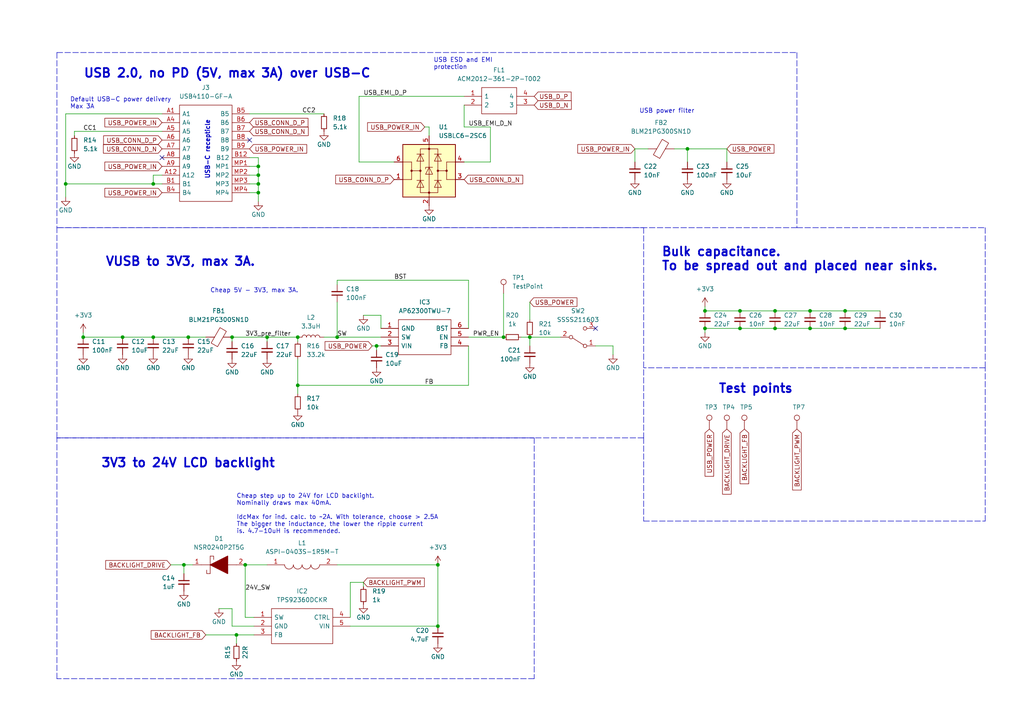
<source format=kicad_sch>
(kicad_sch (version 20211123) (generator eeschema)
  (paper "A4")
  (lib_symbols
    (symbol "Connector:TestPoint" (pin_numbers hide) (pin_names (offset 0.762) hide)
      (property "Reference" "TP" (at 0 6.858 0))
      (property "Value" "TestPoint" (at 0 5.08 0))
      (symbol "TestPoint_0_1"
        (circle (center 0 3.302) (radius 0.762))
      )
      (symbol "TestPoint_1_1"
        (pin passive line (at 0 0 90) (length 2.54) (name "1") (number "1"))
      )
    )
    (symbol "Device:C_Small" (pin_numbers hide) (pin_names (offset 0.254) hide)
      (property "Reference" "C" (at 0.254 1.778 0))
      (property "Value" "C_Small" (at 0.254 -2.032 0))
      (symbol "C_Small_0_1"
        (polyline (pts (xy -1.524 -0.508) (xy 1.524 -0.508)) (stroke (width 0.3302)))
        (polyline (pts (xy -1.524 0.508) (xy 1.524 0.508)) (stroke (width 0.3048)))
      )
      (symbol "C_Small_1_1"
        (pin passive line (at 0 2.54 270) (length 2.032) (name "~") (number "1"))
        (pin passive line (at 0 -2.54 90) (length 2.032) (name "~") (number "2"))
      )
    )
    (symbol "Device:FerriteBead" (pin_numbers hide) (pin_names (offset 0))
      (property "Reference" "FB" (at -3.81 0.635 90))
      (property "Value" "FerriteBead" (at 3.81 0 90))
      (symbol "FerriteBead_0_1"
        (polyline (pts (xy 0 -1.27) (xy 0 -1.2192)))
        (polyline (pts (xy 0 1.27) (xy 0 1.2954)))
        (polyline (pts (xy -2.7686 0.4064) (xy -1.7018 2.2606) (xy 2.7686 -0.3048) (xy 1.6764 -2.159) (xy -2.7686 0.4064)))
      )
      (symbol "FerriteBead_1_1"
        (pin passive line (at 0 3.81 270) (length 2.54) (name "~") (number "1"))
        (pin passive line (at 0 -3.81 90) (length 2.54) (name "~") (number "2"))
      )
    )
    (symbol "Device:L" (pin_numbers hide) (pin_names (offset 1.016) hide)
      (property "Reference" "L" (at -1.27 0 90))
      (property "Value" "L" (at 1.905 0 90))
      (symbol "L_0_1"
        (arc (start 0 -2.54) (mid 0.635 -1.905) (end 0 -1.27))
        (arc (start 0 -1.27) (mid 0.635 -0.635) (end 0 0))
        (arc (start 0 0) (mid 0.635 0.635) (end 0 1.27))
        (arc (start 0 1.27) (mid 0.635 1.905) (end 0 2.54))
      )
      (symbol "L_1_1"
        (pin passive line (at 0 3.81 270) (length 1.27) (name "1") (number "1"))
        (pin passive line (at 0 -3.81 90) (length 1.27) (name "2") (number "2"))
      )
    )
    (symbol "Device:R_Small" (pin_numbers hide) (pin_names (offset 0.254) hide)
      (property "Reference" "R" (at 0.762 0.508 0))
      (property "Value" "R_Small" (at 0.762 -1.016 0))
      (symbol "R_Small_0_1"
        (rectangle (start -0.762 1.778) (end 0.762 -1.778) (stroke (width 0.2032)))
      )
      (symbol "R_Small_1_1"
        (pin passive line (at 0 2.54 270) (length 0.762) (name "~") (number "1"))
        (pin passive line (at 0 -2.54 90) (length 0.762) (name "~") (number "2"))
      )
    )
    (symbol "Power_Protection:USBLC6-2SC6" (pin_names hide)
      (property "Reference" "U" (at 2.54 8.89 0))
      (property "Value" "USBLC6-2SC6" (at 2.54 -8.89 0))
      (symbol "USBLC6-2SC6_0_1"
        (rectangle (start -7.62 -7.62) (end 7.62 7.62) (stroke (width 0.254)) (fill (type background)))
        (circle (center -5.08 0) (radius 0.254) (fill (type outline)))
        (circle (center -2.54 0) (radius 0.254) (fill (type outline)))
        (rectangle (start -2.54 6.35) (end 2.54 -6.35))
        (circle (center 0 -6.35) (radius 0.254) (fill (type outline)))
        (polyline (pts (xy -5.08 -2.54) (xy -7.62 -2.54)))
        (polyline (pts (xy -5.08 0) (xy -5.08 -2.54)))
        (polyline (pts (xy -5.08 2.54) (xy -7.62 2.54)))
        (polyline (pts (xy -1.524 -2.794) (xy -3.556 -2.794)))
        (polyline (pts (xy -1.524 4.826) (xy -3.556 4.826)))
        (polyline (pts (xy 0 -7.62) (xy 0 -6.35)))
        (polyline (pts (xy 0 -6.35) (xy 0 1.27)))
        (polyline (pts (xy 0 1.27) (xy 0 6.35)))
        (polyline (pts (xy 0 6.35) (xy 0 7.62)))
        (polyline (pts (xy 1.524 -2.794) (xy 3.556 -2.794)))
        (polyline (pts (xy 1.524 4.826) (xy 3.556 4.826)))
        (polyline (pts (xy 5.08 -2.54) (xy 7.62 -2.54)))
        (polyline (pts (xy 5.08 0) (xy 5.08 -2.54)))
        (polyline (pts (xy 5.08 2.54) (xy 7.62 2.54)))
        (polyline (pts (xy -2.54 0) (xy -5.08 0) (xy -5.08 2.54)))
        (polyline (pts (xy 2.54 0) (xy 5.08 0) (xy 5.08 2.54)))
        (polyline (pts (xy -3.556 -4.826) (xy -1.524 -4.826) (xy -2.54 -2.794) (xy -3.556 -4.826)))
        (polyline (pts (xy -3.556 2.794) (xy -1.524 2.794) (xy -2.54 4.826) (xy -3.556 2.794)))
        (polyline (pts (xy -1.016 -1.016) (xy 1.016 -1.016) (xy 0 1.016) (xy -1.016 -1.016)))
        (polyline (pts (xy 1.016 1.016) (xy 0.762 1.016) (xy -1.016 1.016) (xy -1.016 0.508)))
        (polyline (pts (xy 3.556 -4.826) (xy 1.524 -4.826) (xy 2.54 -2.794) (xy 3.556 -4.826)))
        (polyline (pts (xy 3.556 2.794) (xy 1.524 2.794) (xy 2.54 4.826) (xy 3.556 2.794)))
        (circle (center 0 6.35) (radius 0.254) (fill (type outline)))
        (circle (center 2.54 0) (radius 0.254) (fill (type outline)))
        (circle (center 5.08 0) (radius 0.254) (fill (type outline)))
      )
      (symbol "USBLC6-2SC6_1_1"
        (pin passive line (at -10.16 -2.54 0) (length 2.54) (name "I/O1") (number "1"))
        (pin passive line (at 0 -10.16 90) (length 2.54) (name "GND") (number "2"))
        (pin passive line (at 10.16 -2.54 180) (length 2.54) (name "I/O2") (number "3"))
        (pin passive line (at 10.16 2.54 180) (length 2.54) (name "I/O2") (number "4"))
        (pin passive line (at 0 10.16 270) (length 2.54) (name "VBUS") (number "5"))
        (pin passive line (at -10.16 2.54 0) (length 2.54) (name "I/O1") (number "6"))
      )
    )
    (symbol "SamacSys_Parts:ACM2012-201-2P-T001" (pin_names (offset 0.762))
      (property "Reference" "FL" (at 16.51 7.62 0))
      (property "Value" "ACM2012-201-2P-T001" (at 16.51 5.08 0))
      (symbol "ACM2012-201-2P-T001_0_0"
        (pin passive line (at 0 0 0) (length 5.08) (name "1") (number "1"))
        (pin passive line (at 0 -2.54 0) (length 5.08) (name "2") (number "2"))
        (pin passive line (at 20.32 -2.54 180) (length 5.08) (name "3") (number "3"))
        (pin passive line (at 20.32 0 180) (length 5.08) (name "4") (number "4"))
      )
      (symbol "ACM2012-201-2P-T001_0_1"
        (polyline (pts (xy 5.08 2.54) (xy 15.24 2.54) (xy 15.24 -5.08) (xy 5.08 -5.08) (xy 5.08 2.54)) (stroke (width 0.1524)))
      )
    )
    (symbol "SamacSys_Parts:AP62300TWU-7" (pin_names (offset 0.762))
      (property "Reference" "IC" (at 21.59 7.62 0))
      (property "Value" "AP62300TWU-7" (at 21.59 5.08 0))
      (symbol "AP62300TWU-7_0_0"
        (pin passive line (at 0 0 0) (length 5.08) (name "GND") (number "1"))
        (pin passive line (at 0 -2.54 0) (length 5.08) (name "SW") (number "2"))
        (pin passive line (at 0 -5.08 0) (length 5.08) (name "VIN") (number "3"))
        (pin passive line (at 25.4 -5.08 180) (length 5.08) (name "FB") (number "4"))
        (pin passive line (at 25.4 -2.54 180) (length 5.08) (name "EN") (number "5"))
        (pin passive line (at 25.4 0 180) (length 5.08) (name "BST") (number "6"))
      )
      (symbol "AP62300TWU-7_0_1"
        (polyline (pts (xy 5.08 2.54) (xy 20.32 2.54) (xy 20.32 -7.62) (xy 5.08 -7.62) (xy 5.08 2.54)) (stroke (width 0.1524)))
      )
    )
    (symbol "SamacSys_Parts:ASPI-0403S-332M-T" (pin_names (offset 0.762))
      (property "Reference" "L" (at 16.51 6.35 0))
      (property "Value" "ASPI-0403S-332M-T" (at 16.51 3.81 0))
      (symbol "ASPI-0403S-332M-T_0_0"
        (pin passive line (at 0 0 0) (length 5.08) (name "~") (number "1"))
        (pin passive line (at 20.32 0 180) (length 5.08) (name "~") (number "2"))
      )
      (symbol "ASPI-0403S-332M-T_0_1"
        (arc (start 5.08 0) (mid 6.35 -1.3218) (end 7.62 0) (stroke (width 0.1524)))
        (arc (start 7.62 0) (mid 8.89 -1.3218) (end 10.16 0) (stroke (width 0.1524)))
        (arc (start 10.16 0) (mid 11.43 -1.3218) (end 12.7 0) (stroke (width 0.1524)))
        (arc (start 12.7 0) (mid 13.97 -1.3218) (end 15.24 0) (stroke (width 0.1524)))
      )
    )
    (symbol "SamacSys_Parts:NSR0240P2T5G" (pin_names (offset 0.762))
      (property "Reference" "D" (at 12.7 8.89 0))
      (property "Value" "NSR0240P2T5G" (at 12.7 6.35 0))
      (symbol "NSR0240P2T5G_0_0"
        (pin passive line (at 2.54 0 0) (length 2.54) (name "~") (number "1"))
        (pin passive line (at 17.78 0 180) (length 2.54) (name "~") (number "2"))
      )
      (symbol "NSR0240P2T5G_0_1"
        (polyline (pts (xy 5.08 0) (xy 7.62 0)) (stroke (width 0.1524)))
        (polyline (pts (xy 7.62 2.54) (xy 7.62 -2.54)) (stroke (width 0.1524)))
        (polyline (pts (xy 12.7 0) (xy 15.24 0)) (stroke (width 0.1524)))
        (polyline (pts (xy 7.62 -2.54) (xy 6.604 -2.54) (xy 6.604 -1.524)) (stroke (width 0.1524)))
        (polyline (pts (xy 7.62 2.54) (xy 8.636 2.54) (xy 8.636 1.524)) (stroke (width 0.1524)))
        (polyline (pts (xy 7.62 0) (xy 12.7 2.54) (xy 12.7 -2.54) (xy 7.62 0)) (stroke (width 0.254)) (fill (type outline)))
      )
    )
    (symbol "SamacSys_Parts:TPS92360DCKR" (pin_names (offset 0.762))
      (property "Reference" "IC" (at 24.13 7.62 0))
      (property "Value" "TPS92360DCKR" (at 24.13 5.08 0))
      (symbol "TPS92360DCKR_0_0"
        (pin passive line (at 0 0 0) (length 5.08) (name "SW") (number "1"))
        (pin passive line (at 0 -2.54 0) (length 5.08) (name "GND") (number "2"))
        (pin passive line (at 0 -5.08 0) (length 5.08) (name "FB") (number "3"))
        (pin passive line (at 27.94 0 180) (length 5.08) (name "CTRL") (number "4"))
        (pin passive line (at 27.94 -2.54 180) (length 5.08) (name "VIN") (number "5"))
      )
      (symbol "TPS92360DCKR_0_1"
        (polyline (pts (xy 5.08 2.54) (xy 22.86 2.54) (xy 22.86 -7.62) (xy 5.08 -7.62) (xy 5.08 2.54)) (stroke (width 0.1524)))
      )
    )
    (symbol "SamacSys_Parts:USB4110-GF-A" (pin_names (offset 0.762))
      (property "Reference" "J" (at 21.59 7.62 0))
      (property "Value" "USB4110-GF-A" (at 21.59 5.08 0))
      (symbol "USB4110-GF-A_0_0"
        (pin passive line (at 0 0 0) (length 5.08) (name "A1") (number "A1"))
        (pin passive line (at 0 -17.78 0) (length 5.08) (name "A12") (number "A12"))
        (pin passive line (at 0 -2.54 0) (length 5.08) (name "A4") (number "A4"))
        (pin passive line (at 0 -5.08 0) (length 5.08) (name "A5") (number "A5"))
        (pin passive line (at 0 -7.62 0) (length 5.08) (name "A6") (number "A6"))
        (pin passive line (at 0 -10.16 0) (length 5.08) (name "A7") (number "A7"))
        (pin passive line (at 0 -12.7 0) (length 5.08) (name "A8") (number "A8"))
        (pin passive line (at 0 -15.24 0) (length 5.08) (name "A9") (number "A9"))
        (pin passive line (at 0 -20.32 0) (length 5.08) (name "B1") (number "B1"))
        (pin passive line (at 25.4 -12.7 180) (length 5.08) (name "B12") (number "B12"))
        (pin passive line (at 0 -22.86 0) (length 5.08) (name "B4") (number "B4"))
        (pin passive line (at 25.4 0 180) (length 5.08) (name "B5") (number "B5"))
        (pin passive line (at 25.4 -2.54 180) (length 5.08) (name "B6") (number "B6"))
        (pin passive line (at 25.4 -5.08 180) (length 5.08) (name "B7") (number "B7"))
        (pin passive line (at 25.4 -7.62 180) (length 5.08) (name "B8") (number "B8"))
        (pin passive line (at 25.4 -10.16 180) (length 5.08) (name "B9") (number "B9"))
        (pin passive line (at 25.4 -15.24 180) (length 5.08) (name "MP1") (number "MP1"))
        (pin passive line (at 25.4 -17.78 180) (length 5.08) (name "MP2") (number "MP2"))
        (pin passive line (at 25.4 -20.32 180) (length 5.08) (name "MP3") (number "MP3"))
        (pin passive line (at 25.4 -22.86 180) (length 5.08) (name "MP4") (number "MP4"))
      )
      (symbol "USB4110-GF-A_0_1"
        (polyline (pts (xy 5.08 2.54) (xy 20.32 2.54) (xy 20.32 -25.4) (xy 5.08 -25.4) (xy 5.08 2.54)) (stroke (width 0.1524)))
      )
    )
    (symbol "Switch:SW_SPDT" (pin_names (offset 0) hide)
      (property "Reference" "SW" (at 0 4.318 0))
      (property "Value" "SW_SPDT" (at 0 -5.08 0))
      (symbol "SW_SPDT_0_0"
        (circle (center -2.032 0) (radius 0.508))
        (circle (center 2.032 -2.54) (radius 0.508))
      )
      (symbol "SW_SPDT_0_1"
        (polyline (pts (xy -1.524 0.254) (xy 1.651 2.286)))
        (circle (center 2.032 2.54) (radius 0.508))
      )
      (symbol "SW_SPDT_1_1"
        (pin passive line (at 5.08 2.54 180) (length 2.54) (name "A") (number "1"))
        (pin passive line (at -5.08 0 0) (length 2.54) (name "B") (number "2"))
        (pin passive line (at 5.08 -2.54 180) (length 2.54) (name "C") (number "3"))
      )
    )
    (symbol "power:+3V3" (power) (pin_names (offset 0))
      (property "Value" "+3V3" (at 0 3.556 0))
      (symbol "+3V3_0_1"
        (polyline (pts (xy -0.762 1.27) (xy 0 2.54)))
        (polyline (pts (xy 0 0) (xy 0 2.54)))
        (polyline (pts (xy 0 2.54) (xy 0.762 1.27)))
      )
      (symbol "+3V3_1_1"
        (pin power_in line (at 0 0 90) (length 0) hide (name "+3V3") (number "1"))
      )
    )
    (symbol "power:GND" (power) (pin_names (offset 0))
      (property "Value" "GND" (at 0 -3.81 0))
      (symbol "GND_0_1"
        (polyline (pts (xy 0 0) (xy 0 -1.27) (xy 1.27 -1.27) (xy 0 -2.54) (xy -1.27 -1.27) (xy 0 -1.27)))
      )
      (symbol "GND_1_1"
        (pin power_in line (at 0 0 270) (length 0) hide (name "GND") (number "1"))
      )
    )
  )
  (junction (at 19.05 53.34))
  (junction (at 35.56 97.79))
  (junction (at 234.95 90.17))
  (junction (at 74.93 50.8))
  (junction (at 74.93 55.88))
  (junction (at 204.47 95.25))
  (junction (at 74.93 48.26))
  (junction (at 204.47 90.17))
  (junction (at 224.79 90.17))
  (junction (at 53.34 163.83))
  (junction (at 44.45 53.34))
  (junction (at 86.36 111.76))
  (junction (at 67.31 97.79))
  (junction (at 74.93 53.34))
  (junction (at 234.95 95.25))
  (junction (at 153.67 97.79))
  (junction (at 97.79 97.79))
  (junction (at 86.36 97.79))
  (junction (at 44.45 97.79))
  (junction (at 214.63 95.25))
  (junction (at 199.39 43.18))
  (junction (at 214.63 90.17))
  (junction (at 24.13 97.79))
  (junction (at 245.11 95.25))
  (junction (at 146.05 97.79))
  (junction (at 54.61 97.79))
  (junction (at 109.22 100.33))
  (junction (at 127 163.83))
  (junction (at 77.47 97.79))
  (junction (at 245.11 90.17))
  (junction (at 68.58 184.15))
  (junction (at 71.12 163.83))
  (junction (at 127 181.61))
  (junction (at 224.79 95.25))
  (no_connect (at 172.72 95.25))
  (no_connect (at 72.39 40.64))
  (no_connect (at 46.99 45.72))
  (polyline (pts (xy 186.69 127) (xy 16.51 127)))
  (wire (pts (xy 72.39 33.02) (xy 93.98 33.02)))
  (wire (pts (xy 224.79 95.25) (xy 234.95 95.25)))
  (wire (pts (xy 63.5 176.53) (xy 67.31 176.53)))
  (wire (pts (xy 19.05 53.34) (xy 19.05 33.02)))
  (wire (pts (xy 71.12 179.07) (xy 73.66 179.07)))
  (wire (pts (xy 93.98 97.79) (xy 97.79 97.79)))
  (wire (pts (xy 110.49 91.44) (xy 110.49 95.25)))
  (wire (pts (xy 97.79 81.28) (xy 135.89 81.28)))
  (wire (pts (xy 72.39 53.34) (xy 74.93 53.34)))
  (wire (pts (xy 177.8 102.87) (xy 177.8 100.33)))
  (polyline (pts (xy 285.75 151.13) (xy 285.75 106.68)))
  (wire (pts (xy 24.13 97.79) (xy 35.56 97.79)))
  (polyline (pts (xy 154.94 196.85) (xy 16.51 196.85)))
  (wire (pts (xy 74.93 53.34) (xy 74.93 50.8)))
  (polyline (pts (xy 231.14 66.04) (xy 16.51 66.04)))
  (wire (pts (xy 204.47 90.17) (xy 214.63 90.17)))
  (wire (pts (xy 72.39 50.8) (xy 74.93 50.8)))
  (wire (pts (xy 67.31 181.61) (xy 73.66 181.61)))
  (wire (pts (xy 72.39 48.26) (xy 74.93 48.26)))
  (wire (pts (xy 210.82 43.18) (xy 199.39 43.18)))
  (wire (pts (xy 68.58 186.69) (xy 68.58 184.15)))
  (wire (pts (xy 19.05 33.02) (xy 46.99 33.02)))
  (wire (pts (xy 135.89 97.79) (xy 146.05 97.79)))
  (wire (pts (xy 53.34 163.83) (xy 55.88 163.83)))
  (wire (pts (xy 44.45 53.34) (xy 46.99 53.34)))
  (wire (pts (xy 24.13 97.79) (xy 24.13 96.52)))
  (wire (pts (xy 204.47 88.9) (xy 204.47 90.17)))
  (wire (pts (xy 35.56 97.79) (xy 44.45 97.79)))
  (wire (pts (xy 74.93 55.88) (xy 74.93 53.34)))
  (wire (pts (xy 162.56 97.79) (xy 153.67 97.79)))
  (wire (pts (xy 142.24 46.99) (xy 142.24 36.83)))
  (wire (pts (xy 123.19 36.83) (xy 124.46 36.83)))
  (wire (pts (xy 114.3 46.99) (xy 104.14 46.99)))
  (wire (pts (xy 135.89 81.28) (xy 135.89 95.25)))
  (polyline (pts (xy 16.51 127) (xy 154.94 127)))
  (wire (pts (xy 204.47 95.25) (xy 214.63 95.25)))
  (wire (pts (xy 245.11 90.17) (xy 255.27 90.17)))
  (wire (pts (xy 153.67 87.63) (xy 153.67 92.71)))
  (wire (pts (xy 86.36 104.14) (xy 86.36 111.76)))
  (wire (pts (xy 67.31 97.79) (xy 77.47 97.79)))
  (wire (pts (xy 77.47 97.79) (xy 86.36 97.79)))
  (wire (pts (xy 44.45 97.79) (xy 54.61 97.79)))
  (polyline (pts (xy 285.75 66.04) (xy 285.75 106.68)))
  (polyline (pts (xy 16.51 66.04) (xy 186.69 66.04)))
  (polyline (pts (xy 186.69 66.04) (xy 186.69 127)))
  (wire (pts (xy 97.79 97.79) (xy 110.49 97.79)))
  (wire (pts (xy 153.67 97.79) (xy 153.67 100.33)))
  (wire (pts (xy 104.14 27.94) (xy 134.62 27.94)))
  (wire (pts (xy 97.79 87.63) (xy 97.79 97.79)))
  (wire (pts (xy 74.93 58.42) (xy 74.93 55.88)))
  (wire (pts (xy 77.47 163.83) (xy 71.12 163.83)))
  (wire (pts (xy 127 181.61) (xy 101.6 181.61)))
  (polyline (pts (xy 231.14 15.24) (xy 231.14 66.04)))
  (wire (pts (xy 124.46 36.83) (xy 124.46 39.37)))
  (polyline (pts (xy 285.75 106.68) (xy 186.69 106.68)))
  (polyline (pts (xy 186.69 151.13) (xy 285.75 151.13)))
  (polyline (pts (xy 16.51 15.24) (xy 16.51 66.04)))
  (wire (pts (xy 214.63 95.25) (xy 224.79 95.25)))
  (wire (pts (xy 21.59 38.1) (xy 21.59 39.37)))
  (wire (pts (xy 86.36 114.3) (xy 86.36 111.76)))
  (wire (pts (xy 105.41 91.44) (xy 110.49 91.44)))
  (wire (pts (xy 142.24 36.83) (xy 134.62 36.83)))
  (wire (pts (xy 204.47 95.25) (xy 204.47 96.52)))
  (wire (pts (xy 68.58 184.15) (xy 73.66 184.15)))
  (polyline (pts (xy 16.51 15.24) (xy 231.14 15.24)))
  (wire (pts (xy 184.15 46.99) (xy 184.15 43.18)))
  (polyline (pts (xy 186.69 127) (xy 186.69 151.13)))
  (wire (pts (xy 59.69 184.15) (xy 68.58 184.15)))
  (wire (pts (xy 104.14 46.99) (xy 104.14 27.94)))
  (wire (pts (xy 19.05 53.34) (xy 44.45 53.34)))
  (wire (pts (xy 146.05 85.09) (xy 146.05 97.79)))
  (wire (pts (xy 77.47 97.79) (xy 77.47 99.06)))
  (wire (pts (xy 72.39 55.88) (xy 74.93 55.88)))
  (wire (pts (xy 44.45 50.8) (xy 44.45 53.34)))
  (wire (pts (xy 46.99 38.1) (xy 21.59 38.1)))
  (polyline (pts (xy 154.94 127) (xy 154.94 196.85)))
  (polyline (pts (xy 16.51 127) (xy 16.51 66.04)))
  (wire (pts (xy 199.39 43.18) (xy 199.39 46.99)))
  (wire (pts (xy 135.89 111.76) (xy 135.89 100.33)))
  (wire (pts (xy 53.34 163.83) (xy 53.34 166.37)))
  (wire (pts (xy 234.95 90.17) (xy 245.11 90.17)))
  (wire (pts (xy 101.6 168.91) (xy 105.41 168.91)))
  (wire (pts (xy 71.12 163.83) (xy 71.12 179.07)))
  (wire (pts (xy 86.36 97.79) (xy 86.36 99.06)))
  (wire (pts (xy 101.6 179.07) (xy 101.6 168.91)))
  (wire (pts (xy 109.22 100.33) (xy 110.49 100.33)))
  (wire (pts (xy 153.67 97.79) (xy 151.13 97.79)))
  (wire (pts (xy 195.58 43.18) (xy 199.39 43.18)))
  (wire (pts (xy 210.82 46.99) (xy 210.82 43.18)))
  (wire (pts (xy 74.93 45.72) (xy 72.39 45.72)))
  (wire (pts (xy 109.22 101.6) (xy 109.22 100.33)))
  (wire (pts (xy 134.62 46.99) (xy 142.24 46.99)))
  (wire (pts (xy 107.95 100.33) (xy 109.22 100.33)))
  (wire (pts (xy 19.05 57.15) (xy 19.05 53.34)))
  (wire (pts (xy 74.93 48.26) (xy 74.93 45.72)))
  (wire (pts (xy 74.93 50.8) (xy 74.93 48.26)))
  (wire (pts (xy 245.11 95.25) (xy 255.27 95.25)))
  (polyline (pts (xy 16.51 196.85) (xy 16.51 127)))
  (wire (pts (xy 234.95 95.25) (xy 245.11 95.25)))
  (wire (pts (xy 67.31 99.06) (xy 67.31 97.79)))
  (wire (pts (xy 214.63 90.17) (xy 224.79 90.17)))
  (wire (pts (xy 177.8 100.33) (xy 172.72 100.33)))
  (wire (pts (xy 97.79 82.55) (xy 97.79 81.28)))
  (wire (pts (xy 105.41 168.91) (xy 105.41 170.18)))
  (wire (pts (xy 49.53 163.83) (xy 53.34 163.83)))
  (wire (pts (xy 127 163.83) (xy 127 181.61)))
  (wire (pts (xy 86.36 111.76) (xy 135.89 111.76)))
  (wire (pts (xy 46.99 50.8) (xy 44.45 50.8)))
  (wire (pts (xy 67.31 176.53) (xy 67.31 181.61)))
  (wire (pts (xy 134.62 36.83) (xy 134.62 30.48)))
  (polyline (pts (xy 231.14 66.04) (xy 285.75 66.04)))
  (wire (pts (xy 184.15 43.18) (xy 187.96 43.18)))
  (wire (pts (xy 59.69 97.79) (xy 54.61 97.79)))
  (wire (pts (xy 224.79 90.17) (xy 234.95 90.17)))
  (wire (pts (xy 97.79 163.83) (xy 127 163.83)))
  (text "Test points" (at 208.28 114.3 0) (effects (font (size 2.54 2.54) (thickness 0.508) bold) (justify left bottom)))
  (text "Cheap 5V - 3V3, max 3A. " (at 60.96 85.09 0) (effects (font (size 1.27 1.27)) (justify left bottom)))
  (text "USB ESD and EMI\nprotection" (at 125.73 20.32 0) (effects (font (size 1.27 1.27)) (justify left bottom)))
  (text "3V3 to 24V LCD backlight" (at 29.21 135.89 0) (effects (font (size 2.54 2.54) (thickness 0.508) bold) (justify left bottom)))
  (text "USB power filter" (at 185.42 33.02 0) (effects (font (size 1.27 1.27)) (justify left bottom)))
  (text "Bulk capacitance. \nTo be spread out and placed near sinks." (at 191.77 78.74 0) (effects (font (size 2.54 2.54) (thickness 0.508) bold) (justify left bottom)))
  (text "USB 2.0, no PD (5V, max 3A) over USB-C" (at 24.13 22.86 0) (effects (font (size 2.54 2.54) (thickness 0.508) bold) (justify left bottom)))
  (text "USB-C recepticle" (at 60.96 52.07 90) (effects (font (size 1.27 1.27) (thickness 0.254) bold) (justify left bottom)))
  (text "VUSB to 3V3, max 3A." (at 30.48 77.47 0) (effects (font (size 2.54 2.54) (thickness 0.508) bold) (justify left bottom)))
  (text "Default USB-C power delivery\nMax 3A" (at 20.32 31.75 0) (effects (font (size 1.27 1.27)) (justify left bottom)))
  (text "Cheap step up to 24V for LCD backlight. \nNominally draws max 40mA. \n\nIdcMax for ind. calc. to ~2A. With tolerance, choose > 2.5A\nThe bigger the inductance, the lower the ripple current\nis. 4.7-10uH is recommended. " (at 68.58 154.94 0) (effects (font (size 1.27 1.27)) (justify left bottom)))
  (label "3V3_pre_filter" (at 71.12 97.79 0))
  (label "SW" (at 97.79 97.79 0))
  (label "PWR_EN" (at 144.78 97.79 180))
  (label "24V_SW" (at 71.12 171.45 0))
  (label "FB" (at 123.19 111.76 0))
  (label "BST" (at 114.3 81.28 0))
  (label "USB_EMI_D_P" (at 105.41 27.94 0))
  (label "CC1" (at 24.13 38.1 0))
  (label "USB_EMI_D_N" (at 135.89 36.83 0))
  (label "CC2" (at 87.63 33.02 0))
  (global_label "USB_POWER" (shape input) (at 107.95 100.33 180) (property "Intersheet References" "${INTERSHEET_REFS}" (effects hide)))
  (global_label "USB_POWER" (shape input) (at 153.67 87.63 0) (property "Intersheet References" "${INTERSHEET_REFS}" (effects hide)))
  (global_label "BACKLIGHT_PWM" (shape input) (at 231.14 124.46 270) (property "Intersheet References" "${INTERSHEET_REFS}" (effects hide)))
  (global_label "USB_POWER" (shape input) (at 205.74 124.46 270) (property "Intersheet References" "${INTERSHEET_REFS}" (effects hide)))
  (global_label "USB_CONN_D_N" (shape input) (at 72.39 38.1 0) (property "Intersheet References" "${INTERSHEET_REFS}" (effects hide)))
  (global_label "USB_POWER" (shape input) (at 210.82 43.18 0) (property "Intersheet References" "${INTERSHEET_REFS}" (effects hide)))
  (global_label "USB_CONN_D_P" (shape input) (at 72.39 35.56 0) (property "Intersheet References" "${INTERSHEET_REFS}" (effects hide)))
  (global_label "BACKLIGHT_DRIVE" (shape input) (at 49.53 163.83 180) (property "Intersheet References" "${INTERSHEET_REFS}" (effects hide)))
  (global_label "USB_POWER_IN" (shape input) (at 72.39 43.18 0) (property "Intersheet References" "${INTERSHEET_REFS}" (effects hide)))
  (global_label "USB_D_P" (shape input) (at 154.94 27.94 0) (property "Intersheet References" "${INTERSHEET_REFS}" (effects hide)))
  (global_label "USB_POWER_IN" (shape input) (at 123.19 36.83 180) (property "Intersheet References" "${INTERSHEET_REFS}" (effects hide)))
  (global_label "USB_POWER_IN" (shape input) (at 184.15 43.18 180) (property "Intersheet References" "${INTERSHEET_REFS}" (effects hide)))
  (global_label "BACKLIGHT_FB" (shape input) (at 59.69 184.15 180) (property "Intersheet References" "${INTERSHEET_REFS}" (effects hide)))
  (global_label "USB_CONN_D_N" (shape input) (at 134.62 52.07 0) (property "Intersheet References" "${INTERSHEET_REFS}" (effects hide)))
  (global_label "USB_POWER_IN" (shape input) (at 46.99 35.56 180) (property "Intersheet References" "${INTERSHEET_REFS}" (effects hide)))
  (global_label "BACKLIGHT_FB" (shape input) (at 215.9 124.46 270) (property "Intersheet References" "${INTERSHEET_REFS}" (effects hide)))
  (global_label "USB_CONN_D_N" (shape input) (at 46.99 43.18 180) (property "Intersheet References" "${INTERSHEET_REFS}" (effects hide)))
  (global_label "USB_D_N" (shape input) (at 154.94 30.48 0) (property "Intersheet References" "${INTERSHEET_REFS}" (effects hide)))
  (global_label "BACKLIGHT_DRIVE" (shape input) (at 210.82 124.46 270) (property "Intersheet References" "${INTERSHEET_REFS}" (effects hide)))
  (global_label "USB_CONN_D_P" (shape input) (at 46.99 40.64 180) (property "Intersheet References" "${INTERSHEET_REFS}" (effects hide)))
  (global_label "USB_POWER_IN" (shape input) (at 46.99 48.26 180) (property "Intersheet References" "${INTERSHEET_REFS}" (effects hide)))
  (global_label "BACKLIGHT_PWM" (shape input) (at 105.41 168.91 0) (property "Intersheet References" "${INTERSHEET_REFS}" (effects hide)))
  (global_label "USB_CONN_D_P" (shape input) (at 114.3 52.07 180) (property "Intersheet References" "${INTERSHEET_REFS}" (effects hide)))
  (global_label "USB_POWER_IN" (shape input) (at 46.99 55.88 180) (property "Intersheet References" "${INTERSHEET_REFS}" (effects hide)))
  (symbol (lib_id "Device:C_Small") (at 127 184.15 0) (mirror y) (unit 1)
    (property "Reference" "C20" (at 124.46 182.8862 0) (effects (justify left)))
    (property "Value" "4.7uF" (at 124.46 185.4262 0) (effects (justify left)))
    (property "Footprint" "Capacitor_SMD:C_0603_1608Metric" (effects hide))
    (property "LCSC" "C19666" (effects hide))
  )
  (symbol (lib_id "Connector:TestPoint") (at 210.82 124.46 0) (unit 1)
    (property "Reference" "TP4" (at 209.55 118.11 0) (effects (justify left)))
    (property "Value" "TestPoint" (effects hide))
    (property "Footprint" "TestPoint:TestPoint_Pad_D1.5mm" (effects hide))
  )
  (symbol (lib_id "power:GND") (at 199.39 52.07 0) (unit 1)
    (property "Reference" "#PWR057" (effects hide))
    (property "Value" "GND" (at 199.39 55.88 0))
  )
  (symbol (lib_id "power:GND") (at 124.46 59.69 0) (unit 1)
    (property "Reference" "#PWR051" (effects hide))
    (property "Value" "GND" (at 124.46 63.5 0))
  )
  (symbol (lib_id "power:GND") (at 93.98 38.1 0) (unit 1)
    (property "Reference" "#PWR047" (effects hide))
    (property "Value" "GND" (at 93.98 41.91 0))
  )
  (symbol (lib_id "power:+3V3") (at 24.13 96.52 0) (unit 1)
    (property "Reference" "#PWR035" (effects hide))
    (property "Value" "+3V3" (at 24.13 91.44 0))
  )
  (symbol (lib_id "Device:R_Small") (at 105.41 172.72 0) (mirror y) (unit 1)
    (property "Reference" "R19" (at 107.95 171.4499 0) (effects (justify right)))
    (property "Value" "1k" (at 107.95 173.9899 0) (effects (justify right)))
    (property "Footprint" "Resistor_SMD:R_0402_1005Metric" (effects hide))
    (property "LCSC" "C279981" (effects hide))
  )
  (symbol (lib_id "power:GND") (at 86.36 119.38 0) (unit 1)
    (property "Reference" "#PWR046" (effects hide))
    (property "Value" "GND" (at 86.36 123.19 0))
  )
  (symbol (lib_id "power:GND") (at 77.47 104.14 0) (unit 1)
    (property "Reference" "#PWR045" (effects hide))
    (property "Value" "GND" (at 77.47 107.95 0))
  )
  (symbol (lib_id "SamacSys_Parts:USB4110-GF-A") (at 46.99 33.02 0) (unit 1)
    (property "Reference" "J3" (at 59.69 25.4 0))
    (property "Value" "USB4110-GF-A" (at 59.69 27.94 0))
    (property "Footprint" "USB4110GFA" (effects hide))
    (property "Datasheet" "https://gct.co/files/drawings/usb4110.pdf" (effects hide))
    (property "Description" "CONN USB 2.0 TYPE-C R/A SMT" (effects hide))
    (property "Height" "3.26" (effects hide))
    (property "Mouser Part Number" "640-USB4110-GF-A" (effects hide))
    (property "Mouser Price/Stock" "https://www.mouser.co.uk/ProductDetail/GCT/USB4110-GF-A?qs=KUoIvG%2F9IlYiZvIXQjyJeA%3D%3D" (effects hide))
    (property "Manufacturer_Name" "GCT (GLOBAL CONNECTOR TECHNOLOGY)" (effects hide))
    (property "Manufacturer_Part_Number" "USB4110-GF-A" (effects hide))
    (property "LCSC" "C5143397" (effects hide))
  )
  (symbol (lib_id "Device:C_Small") (at 204.47 92.71 0) (unit 1)
    (property "Reference" "C24" (at 207.01 91.4462 0) (effects (justify left)))
    (property "Value" "22uF" (at 207.01 93.9862 0) (effects (justify left)))
    (property "Footprint" "Capacitor_SMD:C_0805_2012Metric" (effects hide))
    (property "LCSC" "C45783" (effects hide))
  )
  (symbol (lib_id "power:GND") (at 63.5 176.53 0) (mirror y) (unit 1)
    (property "Reference" "#PWR041" (effects hide))
    (property "Value" "GND" (at 63.5 180.34 0))
  )
  (symbol (lib_id "Device:C_Small") (at 224.79 92.71 0) (unit 1)
    (property "Reference" "C27" (at 227.33 91.4462 0) (effects (justify left)))
    (property "Value" "22uF" (at 227.33 93.9862 0) (effects (justify left)))
    (property "Footprint" "Capacitor_SMD:C_0805_2012Metric" (effects hide))
    (property "LCSC" "C45783" (effects hide))
  )
  (symbol (lib_id "power:GND") (at 67.31 104.14 0) (unit 1)
    (property "Reference" "#PWR042" (effects hide))
    (property "Value" "GND" (at 67.31 107.95 0))
  )
  (symbol (lib_id "Device:R_Small") (at 148.59 97.79 270) (mirror x) (unit 1)
    (property "Reference" "R20" (at 148.59 91.44 90))
    (property "Value" "1k" (at 148.59 93.98 90))
    (property "Footprint" "Resistor_SMD:R_0402_1005Metric" (effects hide))
    (property "LCSC" "C279981" (effects hide))
  )
  (symbol (lib_id "SamacSys_Parts:ASPI-0403S-332M-T") (at 77.47 163.83 0) (unit 1)
    (property "Reference" "L1" (at 87.63 157.48 0))
    (property "Value" "ASPI-0403S-1R5M-T" (at 87.63 160.02 0))
    (property "Footprint" "SamacSys_Parts:ASPI0403S332MT" (effects hide))
    (property "Datasheet" "https://abracon.com/Magnetics/power/ASPI-0403.pdf" (effects hide))
    (property "Description" "Fixed Inductors FIXED IND 3.3MH 80MA 11 OHM SMD" (effects hide))
    (property "Height" "2.92" (effects hide))
    (property "Mouser Part Number" "815-ASPI-0403S-1R5M" (effects hide))
    (property "Mouser Price/Stock" "https://www.mouser.co.uk/ProductDetail/ABRACON/ASPI-0403S-332M-T?qs=nwAb7ZGSLg7iIGWTVj6cew%3D%3D" (effects hide))
    (property "Manufacturer_Name" "ABRACON" (effects hide))
    (property "Manufacturer_Part_Number" "ASPI-0403S-1R5M-T" (effects hide))
    (property "LCSC" "C187216" (effects hide))
  )
  (symbol (lib_id "Device:R_Small") (at 93.98 35.56 0) (unit 1)
    (property "Reference" "R18" (at 96.52 34.2899 0) (effects (justify left)))
    (property "Value" "5.1k" (at 96.52 36.8299 0) (effects (justify left)))
    (property "Footprint" "Resistor_SMD:R_0402_1005Metric" (effects hide))
    (property "LCSC" "C258132" (effects hide))
  )
  (symbol (lib_id "Device:C_Small") (at 77.47 101.6 0) (unit 1)
    (property "Reference" "C17" (at 80.01 100.3362 0) (effects (justify left)))
    (property "Value" "22uF" (at 80.01 102.8762 0) (effects (justify left)))
    (property "Footprint" "Capacitor_SMD:C_0805_2012Metric" (effects hide))
    (property "LCSC" "C45783" (effects hide))
  )
  (symbol (lib_id "Device:FerriteBead") (at 63.5 97.79 90) (unit 1)
    (property "Reference" "FB1" (at 63.4492 90.17 90))
    (property "Value" "BLM21PG300SN1D" (at 63.4492 92.71 90))
    (property "Footprint" "Resistor_SMD:R_0805_2012Metric" (effects hide))
    (property "LCSC" "C16903" (effects hide))
    (property "Manufacturer" "Murata" (effects hide))
  )
  (symbol (lib_id "Device:C_Small") (at 97.79 85.09 180) (unit 1)
    (property "Reference" "C18" (at 100.33 83.8135 0) (effects (justify right)))
    (property "Value" "100nF" (at 100.33 86.3535 0) (effects (justify right)))
    (property "Footprint" "Capacitor_SMD:C_0402_1005Metric" (effects hide))
    (property "LCSC" "C1525" (effects hide))
  )
  (symbol (lib_id "SamacSys_Parts:ACM2012-201-2P-T001") (at 134.62 27.94 0) (unit 1)
    (property "Reference" "FL1" (at 144.78 20.32 0))
    (property "Value" "ACM2012-361-2P-T002" (at 144.78 22.86 0))
    (property "Footprint" "SamacSys_Parts:ACM20121022PT001" (effects hide))
    (property "Datasheet" "https://product.tdk.com/system/files/dam/doc/product/emc/emc/cmf_cmc/catalog/cmf_automotive_signal_acm2012_en.pdf" (effects hide))
    (property "Description" "Common Mode Filters / Chokes, |Z|=200 at 100MHz, L x W x T :" (effects hide))
    (property "Height" "1.3" (effects hide))
    (property "Mouser Part Number" "810-ACM20123612PT002" (effects hide))
    (property "Mouser Price/Stock" "https://www.mouser.co.uk/ProductDetail/TDK/ACM2012-201-2P-T001?qs=5GteYzHiykasKXz0gCxwDQ%3D%3D" (effects hide))
    (property "Manufacturer_Name" "TDK" (effects hide))
    (property "Manufacturer_Part_Number" "ACM2012-361-2P-T002" (effects hide))
    (property "LCSC" "C87126" (effects hide))
  )
  (symbol (lib_id "Device:C_Small") (at 44.45 100.33 0) (unit 1)
    (property "Reference" "C13" (at 46.99 99.0662 0) (effects (justify left)))
    (property "Value" "22uF" (at 46.99 101.6062 0) (effects (justify left)))
    (property "Footprint" "Capacitor_SMD:C_0805_2012Metric" (effects hide))
    (property "LCSC" "C45783" (effects hide))
  )
  (symbol (lib_id "Device:C_Small") (at 234.95 92.71 0) (unit 1)
    (property "Reference" "C28" (at 237.49 91.4462 0) (effects (justify left)))
    (property "Value" "10nF" (at 237.49 93.9862 0) (effects (justify left)))
    (property "Footprint" "Capacitor_SMD:C_0402_1005Metric" (effects hide))
    (property "LCSC" "C15195" (effects hide))
  )
  (symbol (lib_id "Device:C_Small") (at 24.13 100.33 0) (unit 1)
    (property "Reference" "C11" (at 26.67 99.0662 0) (effects (justify left)))
    (property "Value" "100nF" (at 26.67 101.6062 0) (effects (justify left)))
    (property "Footprint" "Capacitor_SMD:C_0402_1005Metric" (effects hide))
    (property "LCSC" "C1525" (effects hide))
  )
  (symbol (lib_id "SamacSys_Parts:AP62300TWU-7") (at 110.49 95.25 0) (unit 1)
    (property "Reference" "IC3" (at 123.19 87.63 0))
    (property "Value" "AP62300TWU-7" (at 123.19 90.17 0))
    (property "Footprint" "SOT95P280X100-6N" (effects hide))
    (property "Datasheet" "https://www.diodes.com/assets/Datasheets/AP62300_AP62301_AP62300T.pdf" (effects hide))
    (property "Description" "Conv DC-DC 4.2V to 18V Synchronous Step Down Single-Out 0.8V to 7V 3A 6-Pin TSOT-26 T/R" (effects hide))
    (property "Height" "1" (effects hide))
    (property "Mouser Part Number" "621-AP62300TWU-7" (effects hide))
    (property "Mouser Price/Stock" "https://www.mouser.co.uk/ProductDetail/Diodes-Incorporated/AP62300TWU-7?qs=vmHwEFxEFR9zCir%2F8nb3zg%3D%3D" (effects hide))
    (property "Manufacturer_Name" "Diodes Inc." (effects hide))
    (property "Manufacturer_Part_Number" "AP62300TWU-7" (effects hide))
    (property "LCSC" "C1883519" (effects hide))
  )
  (symbol (lib_id "Device:R_Small") (at 86.36 116.84 180) (unit 1)
    (property "Reference" "R17" (at 88.9 115.5699 0) (effects (justify right)))
    (property "Value" "10k" (at 88.9 118.1099 0) (effects (justify right)))
    (property "Footprint" "Resistor_SMD:R_0402_1005Metric" (effects hide))
    (property "LCSC" "C25086" (effects hide))
  )
  (symbol (lib_id "power:GND") (at 210.82 52.07 0) (unit 1)
    (property "Reference" "#PWR060" (effects hide))
    (property "Value" "GND" (at 210.82 55.88 0))
  )
  (symbol (lib_id "Device:C_Small") (at 214.63 92.71 0) (unit 1)
    (property "Reference" "C26" (at 217.17 91.4462 0) (effects (justify left)))
    (property "Value" "10nF" (at 217.17 93.9862 0) (effects (justify left)))
    (property "Footprint" "Capacitor_SMD:C_0402_1005Metric" (effects hide))
    (property "LCSC" "C15195" (effects hide))
  )
  (symbol (lib_id "power:GND") (at 204.47 96.52 0) (unit 1)
    (property "Reference" "#PWR059" (effects hide))
    (property "Value" "GND" (at 204.47 100.33 0))
  )
  (symbol (lib_id "power:GND") (at 153.67 105.41 0) (mirror y) (unit 1)
    (property "Reference" "#PWR054" (effects hide))
    (property "Value" "GND" (at 153.67 109.22 0))
  )
  (symbol (lib_id "power:GND") (at 105.41 175.26 0) (mirror y) (unit 1)
    (property "Reference" "#PWR049" (effects hide))
    (property "Value" "GND" (at 105.41 179.07 0))
  )
  (symbol (lib_id "power:GND") (at 109.22 106.68 0) (unit 1)
    (property "Reference" "#PWR050" (effects hide))
    (property "Value" "GND" (at 109.22 110.49 0))
  )
  (symbol (lib_id "Device:C_Small") (at 109.22 104.14 0) (unit 1)
    (property "Reference" "C19" (at 111.76 102.8762 0) (effects (justify left)))
    (property "Value" "10uF" (at 111.76 105.4162 0) (effects (justify left)))
    (property "Footprint" "Capacitor_SMD:C_0805_2012Metric" (effects hide))
    (property "LCSC" "C15850" (effects hide))
  )
  (symbol (lib_id "power:GND") (at 74.93 58.42 0) (unit 1)
    (property "Reference" "#PWR044" (effects hide))
    (property "Value" "GND" (at 74.93 62.23 0))
  )
  (symbol (lib_id "power:+3V3") (at 204.47 88.9 0) (unit 1)
    (property "Reference" "#PWR058" (effects hide))
    (property "Value" "+3V3" (at 204.47 83.82 0))
  )
  (symbol (lib_id "power:GND") (at 68.58 191.77 0) (mirror y) (unit 1)
    (property "Reference" "#PWR043" (effects hide))
    (property "Value" "GND" (at 68.58 195.58 0))
  )
  (symbol (lib_id "Power_Protection:USBLC6-2SC6") (at 124.46 49.53 0) (unit 1)
    (property "Reference" "U1" (at 127.2287 36.83 0) (effects (justify left)))
    (property "Value" "USBLC6-2SC6" (at 127.2287 39.37 0) (effects (justify left)))
    (property "Footprint" "Package_TO_SOT_SMD:SOT-23-6" (effects hide))
    (property "Datasheet" "https://www.st.com/resource/en/datasheet/usblc6-2.pdf" (effects hide))
    (property "LCSC" "C5250994" (effects hide))
  )
  (symbol (lib_id "SamacSys_Parts:NSR0240P2T5G") (at 53.34 163.83 0) (unit 1)
    (property "Reference" "D1" (at 63.5 156.21 0))
    (property "Value" "NSR0240P2T5G" (at 63.5 158.75 0))
    (property "Footprint" "SamacSys_Parts:SODFL1006X40N" (effects hide))
    (property "Datasheet" "https://www.onsemi.com/pub/Collateral/NSR0240P2-D.PDF" (effects hide))
    (property "Description" "ON Semi 200mA, Schottky Diode, 2-Pin SOD-923 NSR0240P2T5G" (effects hide))
    (property "Height" "0.4" (effects hide))
    (property "Mouser Part Number" "863-NSR0240P2T5G" (effects hide))
    (property "Mouser Price/Stock" "https://www.mouser.co.uk/ProductDetail/onsemi/NSR0240P2T5G?qs=MmNasGTH8pKc65fDoxHKbQ%3D%3D" (effects hide))
    (property "Manufacturer_Name" "onsemi" (effects hide))
    (property "Manufacturer_Part_Number" "NSR0240P2T5G" (effects hide))
    (property "LCSC" "C896425" (effects hide))
  )
  (symbol (lib_id "Device:C_Small") (at 67.31 101.6 0) (unit 1)
    (property "Reference" "C16" (at 69.85 100.3362 0) (effects (justify left)))
    (property "Value" "22uF" (at 69.85 102.8762 0) (effects (justify left)))
    (property "Footprint" "Capacitor_SMD:C_0805_2012Metric" (effects hide))
    (property "LCSC" "C45783" (effects hide))
  )
  (symbol (lib_id "power:GND") (at 54.61 102.87 0) (unit 1)
    (property "Reference" "#PWR040" (effects hide))
    (property "Value" "GND" (at 54.61 106.68 0))
  )
  (symbol (lib_id "Device:C_Small") (at 153.67 102.87 0) (mirror y) (unit 1)
    (property "Reference" "C21" (at 151.13 101.6062 0) (effects (justify left)))
    (property "Value" "100nF" (at 151.13 104.1462 0) (effects (justify left)))
    (property "Footprint" "Capacitor_SMD:C_0402_1005Metric" (effects hide))
    (property "LCSC" "C1525" (effects hide))
  )
  (symbol (lib_id "Device:C_Small") (at 53.34 168.91 0) (mirror y) (unit 1)
    (property "Reference" "C14" (at 50.8 167.6462 0) (effects (justify left)))
    (property "Value" "1uF" (at 50.8 170.1862 0) (effects (justify left)))
    (property "Footprint" "Capacitor_SMD:C_0603_1608Metric" (effects hide))
    (property "LCSC" "C15849" (effects hide))
  )
  (symbol (lib_id "Switch:SW_SPDT") (at 167.64 97.79 0) (mirror x) (unit 1)
    (property "Reference" "SW2" (at 167.64 90.17 0))
    (property "Value" "SSSS211603" (at 167.64 92.71 0))
    (property "Footprint" "SamacSys_Parts:SSSS211603" (effects hide))
    (property "LCSC" "C125040" (effects hide))
    (property "Manufacturer" "Alps Alpine" (effects hide))
  )
  (symbol (lib_id "Connector:TestPoint") (at 215.9 124.46 0) (unit 1)
    (property "Reference" "TP5" (at 214.63 118.11 0) (effects (justify left)))
    (property "Value" "TestPoint" (effects hide))
    (property "Footprint" "TestPoint:TestPoint_Pad_D1.5mm" (effects hide))
  )
  (symbol (lib_id "power:GND") (at 35.56 102.87 0) (unit 1)
    (property "Reference" "#PWR037" (effects hide))
    (property "Value" "GND" (at 35.56 106.68 0))
  )
  (symbol (lib_id "Device:R_Small") (at 21.59 41.91 0) (unit 1)
    (property "Reference" "R14" (at 24.13 40.6399 0) (effects (justify left)))
    (property "Value" "5.1k" (at 24.13 43.1799 0) (effects (justify left)))
    (property "Footprint" "Resistor_SMD:R_0402_1005Metric" (effects hide))
    (property "LCSC" "C258132" (effects hide))
  )
  (symbol (lib_id "Connector:TestPoint") (at 205.74 124.46 0) (unit 1)
    (property "Reference" "TP3" (at 204.47 118.11 0) (effects (justify left)))
    (property "Value" "TestPoint" (effects hide))
    (property "Footprint" "TestPoint:TestPoint_Pad_D1.5mm" (effects hide))
  )
  (symbol (lib_id "Device:C_Small") (at 199.39 49.53 0) (unit 1)
    (property "Reference" "C23" (at 201.93 48.2662 0) (effects (justify left)))
    (property "Value" "100nF" (at 201.93 50.8062 0) (effects (justify left)))
    (property "Footprint" "Capacitor_SMD:C_0402_1005Metric" (effects hide))
    (property "LCSC" "C1525" (effects hide))
  )
  (symbol (lib_id "SamacSys_Parts:TPS92360DCKR") (at 73.66 179.07 0) (unit 1)
    (property "Reference" "IC2" (at 87.63 171.45 0))
    (property "Value" "TPS92360DCKR" (at 87.63 173.99 0))
    (property "Footprint" "SOT65P210X110-5N" (effects hide))
    (property "Datasheet" "https://www.mouser.de/ProductDetail/Texas-Instruments/TPS92360DCKR?qs=TuK3vfAjtkVCHAFNej%252BeDQ%3D%3D" (effects hide))
    (property "Description" "LED Lighting Drivers 38-V 1.2-A single channel LED backlight driver 5-SC70 -40 to 85" (effects hide))
    (property "Height" "1.1" (effects hide))
    (property "Mouser Part Number" "595-TPS92360DCKR" (effects hide))
    (property "Mouser Price/Stock" "https://www.mouser.co.uk/ProductDetail/Texas-Instruments/TPS92360DCKR?qs=TuK3vfAjtkVCHAFNej%252BeDQ%3D%3D" (effects hide))
    (property "Manufacturer_Name" "Texas Instruments" (effects hide))
    (property "Manufacturer_Part_Number" "TPS92360DCKR" (effects hide))
    (property "LCSC" "C2928788" (effects hide))
  )
  (symbol (lib_id "Device:R_Small") (at 86.36 101.6 180) (unit 1)
    (property "Reference" "R16" (at 88.9 100.3299 0) (effects (justify right)))
    (property "Value" "33.2k" (at 88.9 102.8699 0) (effects (justify right)))
    (property "Footprint" "Resistor_SMD:R_0402_1005Metric" (effects hide))
    (property "LCSC" "C400623" (effects hide))
  )
  (symbol (lib_id "power:GND") (at 127 186.69 0) (mirror y) (unit 1)
    (property "Reference" "#PWR053" (effects hide))
    (property "Value" "GND" (at 127 190.5 0))
  )
  (symbol (lib_id "power:+3V3") (at 127 163.83 0) (unit 1)
    (property "Reference" "#PWR052" (effects hide))
    (property "Value" "+3V3" (at 127 158.75 0))
  )
  (symbol (lib_id "Device:C_Small") (at 54.61 100.33 0) (unit 1)
    (property "Reference" "C15" (at 57.15 99.0662 0) (effects (justify left)))
    (property "Value" "22uF" (at 57.15 101.6062 0) (effects (justify left)))
    (property "Footprint" "Capacitor_SMD:C_0805_2012Metric" (effects hide))
    (property "LCSC" "C45783" (effects hide))
  )
  (symbol (lib_id "Device:C_Small") (at 184.15 49.53 0) (unit 1)
    (property "Reference" "C22" (at 186.69 48.2662 0) (effects (justify left)))
    (property "Value" "10nF" (at 186.69 50.8062 0) (effects (justify left)))
    (property "Footprint" "Capacitor_SMD:C_0402_1005Metric" (effects hide))
    (property "LCSC" "C15195" (effects hide))
  )
  (symbol (lib_id "Device:C_Small") (at 35.56 100.33 0) (unit 1)
    (property "Reference" "C12" (at 38.1 99.0662 0) (effects (justify left)))
    (property "Value" "10uF" (at 38.1 101.6062 0) (effects (justify left)))
    (property "Footprint" "Capacitor_SMD:C_0805_2012Metric" (effects hide))
    (property "LCSC" "C15850" (effects hide))
  )
  (symbol (lib_id "power:GND") (at 44.45 102.87 0) (unit 1)
    (property "Reference" "#PWR038" (effects hide))
    (property "Value" "GND" (at 44.45 106.68 0))
  )
  (symbol (lib_id "power:GND") (at 53.34 171.45 0) (mirror y) (unit 1)
    (property "Reference" "#PWR039" (effects hide))
    (property "Value" "GND" (at 53.34 175.26 0))
  )
  (symbol (lib_id "Device:FerriteBead") (at 191.77 43.18 90) (unit 1)
    (property "Reference" "FB2" (at 191.7192 35.56 90))
    (property "Value" "BLM21PG300SN1D" (at 191.7192 38.1 90))
    (property "Footprint" "Resistor_SMD:R_0805_2012Metric" (effects hide))
    (property "LCSC" "C16903" (effects hide))
    (property "Manufacturer" "Murata" (effects hide))
  )
  (symbol (lib_id "power:GND") (at 19.05 57.15 0) (unit 1)
    (property "Reference" "#PWR033" (effects hide))
    (property "Value" "GND" (at 19.05 60.96 0))
  )
  (symbol (lib_id "power:GND") (at 105.41 91.44 0) (unit 1)
    (property "Reference" "#PWR048" (effects hide))
    (property "Value" "GND" (at 105.41 95.25 0))
  )
  (symbol (lib_id "power:GND") (at 24.13 102.87 0) (unit 1)
    (property "Reference" "#PWR036" (effects hide))
    (property "Value" "GND" (at 24.13 106.68 0))
  )
  (symbol (lib_id "Device:R_Small") (at 153.67 95.25 0) (mirror y) (unit 1)
    (property "Reference" "R21" (at 156.21 93.9799 0) (effects (justify right)))
    (property "Value" "10k" (at 156.21 96.5199 0) (effects (justify right)))
    (property "Footprint" "Resistor_SMD:R_0402_1005Metric" (effects hide))
    (property "LCSC" "C140214" (effects hide))
  )
  (symbol (lib_id "power:GND") (at 177.8 102.87 0) (mirror y) (unit 1)
    (property "Reference" "#PWR055" (effects hide))
    (property "Value" "GND" (at 177.8 106.68 0))
  )
  (symbol (lib_id "Device:L") (at 90.17 97.79 90) (unit 1)
    (property "Reference" "L2" (at 90.17 92.075 90))
    (property "Value" "3.3uH" (at 90.17 94.615 90))
    (property "Footprint" "VLS5045EX-3R3N:IND_VLS5045EX-3R3N" (effects hide))
    (property "Datasheet" "VLS5045EX-3R3N" (effects hide))
    (property "LCSC" "C307875" (effects hide))
  )
  (symbol (lib_id "Device:C_Small") (at 245.11 92.71 0) (unit 1)
    (property "Reference" "C29" (at 247.65 91.4462 0) (effects (justify left)))
    (property "Value" "22uF" (at 247.65 93.9862 0) (effects (justify left)))
    (property "Footprint" "Capacitor_SMD:C_0805_2012Metric" (effects hide))
    (property "LCSC" "C45783" (effects hide))
  )
  (symbol (lib_id "Connector:TestPoint") (at 231.14 124.46 0) (unit 1)
    (property "Reference" "TP7" (at 229.87 118.11 0) (effects (justify left)))
    (property "Value" "TestPoint" (effects hide))
    (property "Footprint" "TestPoint:TestPoint_Pad_D1.5mm" (effects hide))
  )
  (symbol (lib_id "power:GND") (at 21.59 44.45 0) (unit 1)
    (property "Reference" "#PWR034" (effects hide))
    (property "Value" "GND" (at 21.59 48.26 0))
  )
  (symbol (lib_id "Device:C_Small") (at 210.82 49.53 0) (unit 1)
    (property "Reference" "C25" (at 213.36 48.2662 0) (effects (justify left)))
    (property "Value" "10uF" (at 213.36 50.8062 0) (effects (justify left)))
    (property "Footprint" "Capacitor_SMD:C_0805_2012Metric" (effects hide))
    (property "LCSC" "C15850" (effects hide))
  )
  (symbol (lib_id "power:GND") (at 184.15 52.07 0) (unit 1)
    (property "Reference" "#PWR056" (effects hide))
    (property "Value" "GND" (at 184.15 55.88 0))
  )
  (symbol (lib_id "Device:R_Small") (at 68.58 189.23 0) (unit 1)
    (property "Reference" "R15" (at 66.04 189.23 90))
    (property "Value" "22R" (at 71.12 189.23 90))
    (property "Footprint" "Resistor_SMD:R_0402_1005Metric" (effects hide))
    (property "LCSC" "C25092" (effects hide))
  )
  (symbol (lib_id "Device:C_Small") (at 255.27 92.71 0) (unit 1)
    (property "Reference" "C30" (at 257.81 91.4462 0) (effects (justify left)))
    (property "Value" "10nF" (at 257.81 93.9862 0) (effects (justify left)))
    (property "Footprint" "Capacitor_SMD:C_0402_1005Metric" (effects hide))
    (property "LCSC" "C15195" (effects hide))
  )
  (symbol (lib_id "Connector:TestPoint") (at 146.05 85.09 0) (unit 1)
    (property "Reference" "TP1" (at 148.59 80.5179 0) (effects (justify left)))
    (property "Value" "TestPoint" (at 148.59 83.0579 0) (effects (justify left)))
    (property "Footprint" "TestPoint:TestPoint_Pad_D1.5mm" (effects hide))
  )
)
</source>
